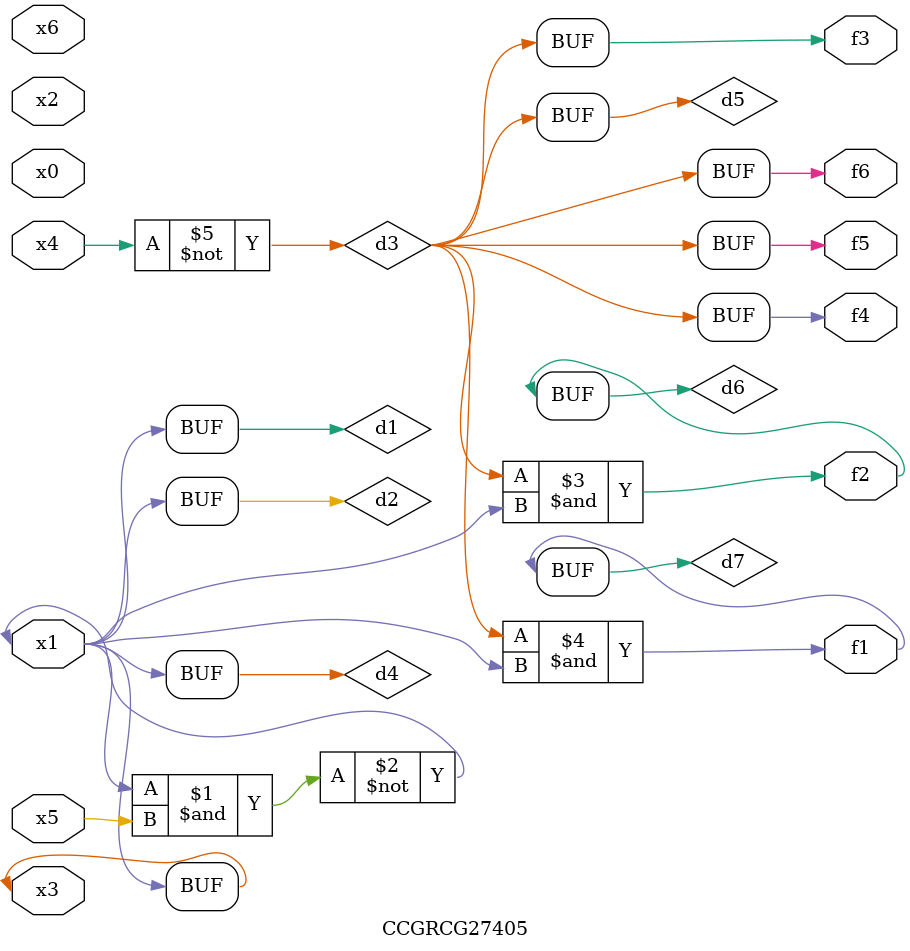
<source format=v>
module CCGRCG27405(
	input x0, x1, x2, x3, x4, x5, x6,
	output f1, f2, f3, f4, f5, f6
);

	wire d1, d2, d3, d4, d5, d6, d7;

	buf (d1, x1, x3);
	nand (d2, x1, x5);
	not (d3, x4);
	buf (d4, d1, d2);
	buf (d5, d3);
	and (d6, d3, d4);
	and (d7, d3, d4);
	assign f1 = d7;
	assign f2 = d6;
	assign f3 = d5;
	assign f4 = d5;
	assign f5 = d5;
	assign f6 = d5;
endmodule

</source>
